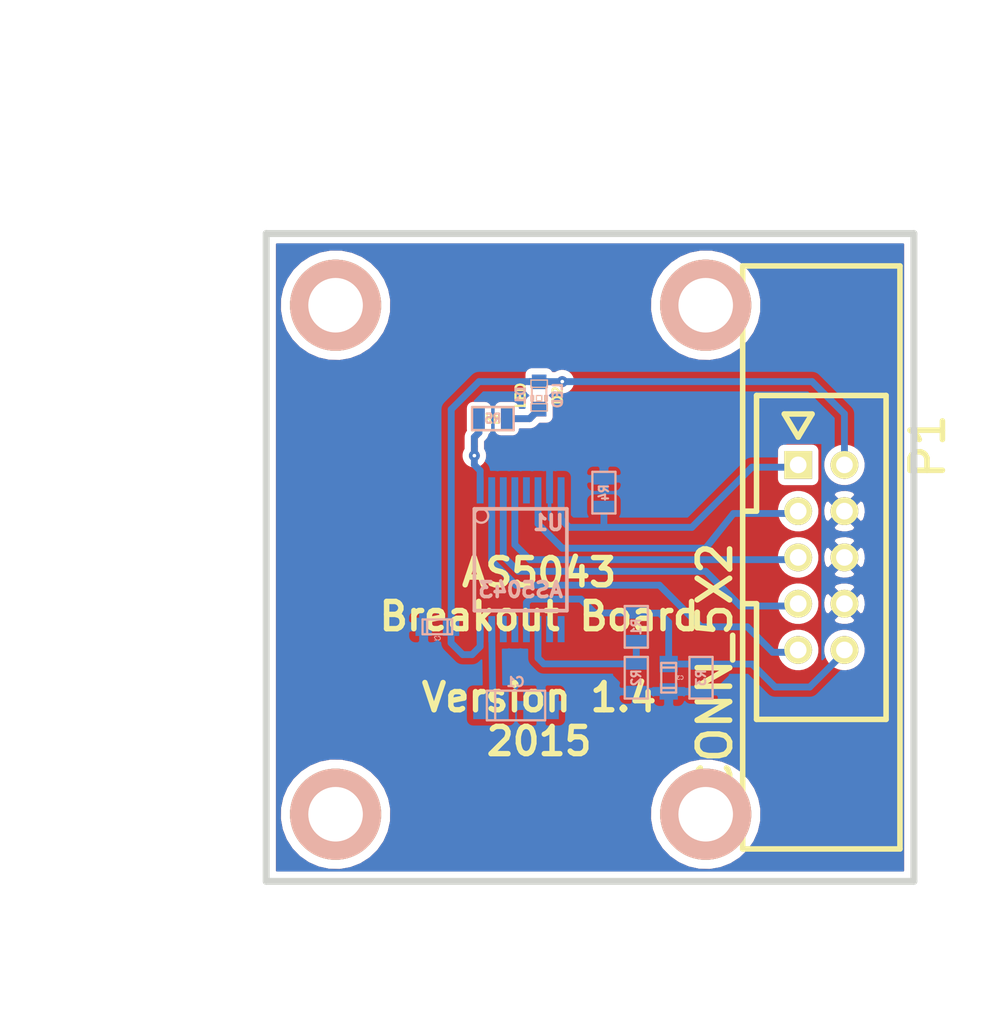
<source format=kicad_pcb>
(kicad_pcb (version 20171130) (host pcbnew "(5.1.12)-1")
  (title_block (date "22 jul 2012"))
  (layers (0 Front signal) (31 Back signal) (34 B.Paste user) (35 F.Paste user) (36 B.SilkS user) (37 F.SilkS user hide) (38 B.Mask user) (39 F.Mask user) (44 Edge.Cuts user))
  (net 0 "")
  (net 1 +5V)
  (net 2 /CLK)
  (net 3 /CS)
  (net 4 /DO)
  (net 5 /MODE)
  (net 6 /PROG)
  (net 7 GND)
  (net 8 "Net-(C1-Pad1)")
  (net 9 "Net-(C3-Pad1)")
  (net 10 "Net-(D1-Pad2)")
  (net 11 "Net-(D2-Pad2)")
  (net 12 "Net-(R1-Pad2)")
  (net 13 "Net-(R5-Pad2)")
  (net 14 "Net-(U1-Pad10)")
  (net 15 "Net-(U1-Pad9)")
  (module 1pin (layer Front) (at 55.88 34.925)
    (fp_text reference "" (at 0 -3.048) (layer F.SilkS) (effects (font (size 1.016 1.016) (thickness 0.254))))
    (fp_text value P*** hide)
    (fp_circle (center 0 0) (end 0 -2.286) (layer F.SilkS) (width 0.381))
    (pad 1 thru_hole circle (at 0 -0.00254) (size 5.00126 5.00126) (drill 2.99466) (layers *.Cu *.SilkS *.Mask) (clearance 0.50038))
  )
  (module 1pin (layer Front) (at 35.56 34.925)
    (fp_text reference "" (at 0 -3.048) (layer F.SilkS) (effects (font (size 1.016 1.016) (thickness 0.254))))
    (fp_text value P*** hide)
    (fp_circle (center 0 0) (end 0 -2.286) (layer F.SilkS) (width 0.381))
    (pad 1 thru_hole circle (at 0 -0.00254) (size 5.00126 5.00126) (drill 2.99466) (layers *.Cu *.SilkS *.Mask) (clearance 0.50038))
  )
  (module 1pin (layer Front) (at 55.88 62.865)
    (fp_text reference "" (at 0 -3.048) (layer F.SilkS) (effects (font (size 1.016 1.016) (thickness 0.254))))
    (fp_text value P*** hide)
    (fp_circle (center 0 0) (end 0 -2.286) (layer F.SilkS) (width 0.381))
    (pad 1 thru_hole circle (at 0 0) (size 5.00126 5.00126) (drill 2.99466) (layers *.Cu *.SilkS *.Mask) (clearance 0.50038))
  )
  (module 1pin (layer Front) (at 35.56 62.865)
    (fp_text reference "" (at 0 -3.048) (layer F.SilkS) (effects (font (size 1.016 1.016) (thickness 0.254))))
    (fp_text value P*** hide)
    (fp_circle (center 0 0) (end 0 -2.286) (layer F.SilkS) (width 0.381))
    (pad 1 thru_hole circle (at 0 0) (size 5.00126 5.00126) (drill 2.99466) (layers *.Cu *.SilkS *.Mask) (clearance 0.50038))
  )
  (module smd_capacitors:c_tant_A (layer Back) (at 45.466 56.896 180)
    (fp_text reference C1 (at 0.0254 1.2954 180) (layer B.SilkS) (effects (font (size 0.50038 0.50038) (thickness 0.11938)) (justify mirror)))
    (fp_text value 5uF hide)
    (fp_line (start 1.6002 0.8128) (end -1.6002 0.8128) (layer B.SilkS) (width 0.127))
    (fp_line (start 1.6002 -0.8128) (end 1.6002 0.8128) (layer B.SilkS) (width 0.127))
    (fp_line (start -1.6002 -0.8128) (end 1.6002 -0.8128) (layer B.SilkS) (width 0.127))
    (fp_line (start -1.6002 0.8128) (end -1.6002 -0.8128) (layer B.SilkS) (width 0.127))
    (fp_line (start 1.143 -0.8128) (end 1.143 0.8128) (layer B.SilkS) (width 0.127))
    (pad 1 smd rect (at 1.37414 0 180) (size 1.95072 1.50114) (layers Back B.Paste B.Mask) (net 8 "Net-(C1-Pad1)"))
    (pad 2 smd rect (at -1.37414 0 180) (size 1.95072 1.50114) (layers Back B.Paste B.Mask) (net 7 GND))
  )
  (module smd_capacitors:c_0603 (layer Back) (at 41.148 52.578)
    (fp_text reference C2 (at 0 0.635) (layer B.SilkS) (effects (font (size 0.20066 0.20066) (thickness 0.04064)) (justify mirror)))
    (fp_text value 100nF hide)
    (fp_line (start -0.8128 -0.4064) (end -0.8128 0.4064) (layer B.SilkS) (width 0.127))
    (fp_line (start 0.8128 -0.4064) (end -0.8128 -0.4064) (layer B.SilkS) (width 0.127))
    (fp_line (start 0.8128 0.4064) (end 0.8128 -0.4064) (layer B.SilkS) (width 0.127))
    (fp_line (start -0.8128 0.4064) (end 0.8128 0.4064) (layer B.SilkS) (width 0.127))
    (fp_line (start -0.5588 0.381) (end -0.5588 -0.4064) (layer B.SilkS) (width 0.127))
    (fp_line (start 0.5588 -0.4064) (end 0.5588 0.4064) (layer B.SilkS) (width 0.127))
    (pad 1 smd rect (at 0.75184 0) (size 0.89916 1.00076) (layers Back B.Paste B.Mask) (net 1 +5V))
    (pad 2 smd rect (at -0.75184 0) (size 0.89916 1.00076) (layers Back B.Paste B.Mask) (net 7 GND))
  )
  (module smd_capacitors:c_0603 (layer Back) (at 53.848 55.372 90)
    (fp_text reference C3 (at 0 0.635) (layer B.SilkS) (effects (font (size 0.20066 0.20066) (thickness 0.04064)) (justify mirror)))
    (fp_text value 100pf hide)
    (fp_line (start -0.8128 -0.4064) (end -0.8128 0.4064) (layer B.SilkS) (width 0.127))
    (fp_line (start 0.8128 -0.4064) (end -0.8128 -0.4064) (layer B.SilkS) (width 0.127))
    (fp_line (start 0.8128 0.4064) (end 0.8128 -0.4064) (layer B.SilkS) (width 0.127))
    (fp_line (start -0.8128 0.4064) (end 0.8128 0.4064) (layer B.SilkS) (width 0.127))
    (fp_line (start -0.5588 0.381) (end -0.5588 -0.4064) (layer B.SilkS) (width 0.127))
    (fp_line (start 0.5588 -0.4064) (end 0.5588 0.4064) (layer B.SilkS) (width 0.127))
    (pad 1 smd rect (at 0.75184 0 90) (size 0.89916 1.00076) (layers Back B.Paste B.Mask) (net 9 "Net-(C3-Pad1)"))
    (pad 2 smd rect (at -0.75184 0 90) (size 0.89916 1.00076) (layers Back B.Paste B.Mask) (net 7 GND))
  )
  (module led:LED-0603 (layer Back) (at 46.736 39.878 270)
    (fp_text reference D1 (at 0 1.016 270) (layer B.SilkS) (effects (font (size 0.508 0.508) (thickness 0.127)) (justify mirror)))
    (fp_text value LED (at 0 -1.016 270) (layer B.SilkS) (effects (font (size 0.508 0.508) (thickness 0.127)) (justify mirror)))
    (fp_line (start 0.44958 -0.39878) (end -0.44958 -0.39878) (layer B.SilkS) (width 0.1016))
    (fp_line (start 0.44958 0.39878) (end -0.44958 0.39878) (layer B.SilkS) (width 0.1016))
    (fp_line (start 0 0.14986) (end 0.29972 0.14986) (layer B.SilkS) (width 0.06604))
    (fp_line (start 0.29972 0.14986) (end 0.29972 -0.14986) (layer B.SilkS) (width 0.06604))
    (fp_line (start 0 -0.14986) (end 0.29972 -0.14986) (layer B.SilkS) (width 0.06604))
    (fp_line (start 0 0.14986) (end 0 -0.14986) (layer B.SilkS) (width 0.06604))
    (fp_line (start 0 -0.29972) (end 0.29972 -0.29972) (layer B.SilkS) (width 0.06604))
    (fp_line (start 0.29972 -0.29972) (end 0.29972 -0.44958) (layer B.SilkS) (width 0.06604))
    (fp_line (start 0 -0.44958) (end 0.29972 -0.44958) (layer B.SilkS) (width 0.06604))
    (fp_line (start 0 -0.29972) (end 0 -0.44958) (layer B.SilkS) (width 0.06604))
    (fp_line (start 0 0.44958) (end 0.29972 0.44958) (layer B.SilkS) (width 0.06604))
    (fp_line (start 0.29972 0.44958) (end 0.29972 0.29972) (layer B.SilkS) (width 0.06604))
    (fp_line (start 0 0.29972) (end 0.29972 0.29972) (layer B.SilkS) (width 0.06604))
    (fp_line (start 0 0.44958) (end 0 0.29972) (layer B.SilkS) (width 0.06604))
    (fp_line (start -0.84836 0.44958) (end -0.44958 0.44958) (layer B.SilkS) (width 0.06604))
    (fp_line (start -0.44958 0.44958) (end -0.44958 -0.44958) (layer B.SilkS) (width 0.06604))
    (fp_line (start -0.84836 -0.44958) (end -0.44958 -0.44958) (layer B.SilkS) (width 0.06604))
    (fp_line (start -0.84836 0.44958) (end -0.84836 -0.44958) (layer B.SilkS) (width 0.06604))
    (fp_line (start 0.44958 0.44958) (end 0.84836 0.44958) (layer B.SilkS) (width 0.06604))
    (fp_line (start 0.84836 0.44958) (end 0.84836 -0.44958) (layer B.SilkS) (width 0.06604))
    (fp_line (start 0.44958 -0.44958) (end 0.84836 -0.44958) (layer B.SilkS) (width 0.06604))
    (fp_line (start 0.44958 0.44958) (end 0.44958 -0.44958) (layer B.SilkS) (width 0.06604))
    (pad 1 smd rect (at -0.7493 0 270) (size 0.79756 0.79756) (layers Back B.Paste B.Mask) (net 1 +5V))
    (pad 2 smd rect (at 0.7493 0 270) (size 0.79756 0.79756) (layers Back B.Paste B.Mask) (net 10 "Net-(D1-Pad2)"))
  )
  (module led:LED-0603 (layer Front) (at 46.73346 39.878 270)
    (fp_text reference D2 (at 0 -1.016 270) (layer F.SilkS) (effects (font (size 0.508 0.508) (thickness 0.127))))
    (fp_text value LED (at 0 1.016 270) (layer F.SilkS) (effects (font (size 0.508 0.508) (thickness 0.127))))
    (fp_line (start 0.44958 0.39878) (end -0.44958 0.39878) (layer F.SilkS) (width 0.1016))
    (fp_line (start 0.44958 -0.39878) (end -0.44958 -0.39878) (layer F.SilkS) (width 0.1016))
    (fp_line (start 0 -0.14986) (end 0.29972 -0.14986) (layer F.SilkS) (width 0.06604))
    (fp_line (start 0.29972 -0.14986) (end 0.29972 0.14986) (layer F.SilkS) (width 0.06604))
    (fp_line (start 0 0.14986) (end 0.29972 0.14986) (layer F.SilkS) (width 0.06604))
    (fp_line (start 0 -0.14986) (end 0 0.14986) (layer F.SilkS) (width 0.06604))
    (fp_line (start 0 0.29972) (end 0.29972 0.29972) (layer F.SilkS) (width 0.06604))
    (fp_line (start 0.29972 0.29972) (end 0.29972 0.44958) (layer F.SilkS) (width 0.06604))
    (fp_line (start 0 0.44958) (end 0.29972 0.44958) (layer F.SilkS) (width 0.06604))
    (fp_line (start 0 0.29972) (end 0 0.44958) (layer F.SilkS) (width 0.06604))
    (fp_line (start 0 -0.44958) (end 0.29972 -0.44958) (layer F.SilkS) (width 0.06604))
    (fp_line (start 0.29972 -0.44958) (end 0.29972 -0.29972) (layer F.SilkS) (width 0.06604))
    (fp_line (start 0 -0.29972) (end 0.29972 -0.29972) (layer F.SilkS) (width 0.06604))
    (fp_line (start 0 -0.44958) (end 0 -0.29972) (layer F.SilkS) (width 0.06604))
    (fp_line (start -0.84836 -0.44958) (end -0.44958 -0.44958) (layer F.SilkS) (width 0.06604))
    (fp_line (start -0.44958 -0.44958) (end -0.44958 0.44958) (layer F.SilkS) (width 0.06604))
    (fp_line (start -0.84836 0.44958) (end -0.44958 0.44958) (layer F.SilkS) (width 0.06604))
    (fp_line (start -0.84836 -0.44958) (end -0.84836 0.44958) (layer F.SilkS) (width 0.06604))
    (fp_line (start 0.44958 -0.44958) (end 0.84836 -0.44958) (layer F.SilkS) (width 0.06604))
    (fp_line (start 0.84836 -0.44958) (end 0.84836 0.44958) (layer F.SilkS) (width 0.06604))
    (fp_line (start 0.44958 0.44958) (end 0.84836 0.44958) (layer F.SilkS) (width 0.06604))
    (fp_line (start 0.44958 -0.44958) (end 0.44958 0.44958) (layer F.SilkS) (width 0.06604))
    (pad 1 smd rect (at -0.7493 0 270) (size 0.79756 0.79756) (layers Front F.Paste F.Mask) (net 1 +5V))
    (pad 2 smd rect (at 0.7493 0 270) (size 0.79756 0.79756) (layers Front F.Paste F.Mask) (net 11 "Net-(D2-Pad2)"))
  )
  (module he10-lock:he10-lock (layer Front) (at 62.22746 48.768 270)
    (fp_text reference P1 (at -6.096 -5.842 270) (layer F.SilkS) (effects (font (size 1.778 1.778) (thickness 0.3048))))
    (fp_text value CONN_5X2 (at 6.096 5.842 270) (layer F.SilkS) (effects (font (size 1.778 1.778) (thickness 0.3048))))
    (fp_line (start -7.874 2.032) (end -6.604 1.27) (layer F.SilkS) (width 0.3048))
    (fp_line (start -7.874 0.508) (end -7.874 2.032) (layer F.SilkS) (width 0.3048))
    (fp_line (start -6.604 1.27) (end -7.874 0.508) (layer F.SilkS) (width 0.3048))
    (fp_line (start -16.002 4.318) (end -16.002 -4.318) (layer F.SilkS) (width 0.3048))
    (fp_line (start 2.54 3.556) (end 2.54 4.318) (layer F.SilkS) (width 0.3048))
    (fp_line (start 8.89 3.556) (end 2.54 3.556) (layer F.SilkS) (width 0.3048))
    (fp_line (start -8.89 -3.556) (end 8.89 -3.556) (layer F.SilkS) (width 0.3048))
    (fp_line (start -2.54 3.556) (end -8.89 3.556) (layer F.SilkS) (width 0.3048))
    (fp_line (start -2.54 4.318) (end -2.54 3.556) (layer F.SilkS) (width 0.3048))
    (fp_line (start 8.89 3.556) (end 8.89 -3.556) (layer F.SilkS) (width 0.3048))
    (fp_line (start -8.89 3.556) (end -8.89 -3.556) (layer F.SilkS) (width 0.3048))
    (fp_line (start -16.002 -4.318) (end 16.002 -4.318) (layer F.SilkS) (width 0.3048))
    (fp_line (start 16.002 4.318) (end -16.002 4.318) (layer F.SilkS) (width 0.3048))
    (fp_line (start 16.002 -4.318) (end 16.002 4.318) (layer F.SilkS) (width 0.3048))
    (pad 1 thru_hole rect (at -5.08 1.27 270) (size 1.524 1.524) (drill 0.9144) (layers *.Cu *.Mask F.SilkS) (net 6 /PROG))
    (pad 2 thru_hole circle (at -5.08 -1.27 270) (size 1.524 1.524) (drill 0.9144) (layers *.Cu *.Mask F.SilkS) (net 1 +5V))
    (pad 3 thru_hole circle (at -2.54 1.27 270) (size 1.524 1.524) (drill 0.9144) (layers *.Cu *.Mask F.SilkS) (net 4 /DO))
    (pad 4 thru_hole circle (at -2.54 -1.27 270) (size 1.524 1.524) (drill 0.9144) (layers *.Cu *.Mask F.SilkS) (net 7 GND))
    (pad 5 thru_hole circle (at 0 1.27 270) (size 1.524 1.524) (drill 0.9144) (layers *.Cu *.Mask F.SilkS) (net 2 /CLK))
    (pad 6 thru_hole circle (at 0 -1.27 270) (size 1.524 1.524) (drill 0.9144) (layers *.Cu *.Mask F.SilkS) (net 7 GND))
    (pad 7 thru_hole circle (at 2.54 1.27 270) (size 1.524 1.524) (drill 0.9144) (layers *.Cu *.Mask F.SilkS) (net 3 /CS))
    (pad 8 thru_hole circle (at 2.54 -1.27 270) (size 1.524 1.524) (drill 0.9144) (layers *.Cu *.Mask F.SilkS) (net 7 GND))
    (pad 9 thru_hole circle (at 5.08 1.27 270) (size 1.524 1.524) (drill 0.9144) (layers *.Cu *.Mask F.SilkS) (net 5 /MODE))
    (pad 10 thru_hole circle (at 5.08 -1.27 270) (size 1.524 1.524) (drill 0.9144) (layers *.Cu *.Mask F.SilkS) (net 9 "Net-(C3-Pad1)"))
  )
  (module libcms:SM0603 (layer Back) (at 52.07 52.578 270)
    (fp_text reference R1 (at 0 0 270) (layer B.SilkS) (effects (font (size 0.508 0.4572) (thickness 0.1143)) (justify mirror)))
    (fp_text value 33k hide)
    (fp_line (start -1.143 -0.635) (end -1.143 0.635) (layer B.SilkS) (width 0.127))
    (fp_line (start 1.143 -0.635) (end -1.143 -0.635) (layer B.SilkS) (width 0.127))
    (fp_line (start 1.143 0.635) (end 1.143 -0.635) (layer B.SilkS) (width 0.127))
    (fp_line (start -1.143 0.635) (end 1.143 0.635) (layer B.SilkS) (width 0.127))
    (pad 1 smd rect (at -0.762 0 270) (size 0.635 1.143) (layers Back B.Paste B.Mask) (net 9 "Net-(C3-Pad1)"))
    (pad 2 smd rect (at 0.762 0 270) (size 0.635 1.143) (layers Back B.Paste B.Mask) (net 12 "Net-(R1-Pad2)"))
  )
  (module libcms:SM0603 (layer Back) (at 52.07 55.372 270)
    (fp_text reference R2 (at 0 0 270) (layer B.SilkS) (effects (font (size 0.508 0.4572) (thickness 0.1143)) (justify mirror)))
    (fp_text value 33k hide)
    (fp_line (start -1.143 -0.635) (end -1.143 0.635) (layer B.SilkS) (width 0.127))
    (fp_line (start 1.143 -0.635) (end -1.143 -0.635) (layer B.SilkS) (width 0.127))
    (fp_line (start 1.143 0.635) (end 1.143 -0.635) (layer B.SilkS) (width 0.127))
    (fp_line (start -1.143 0.635) (end 1.143 0.635) (layer B.SilkS) (width 0.127))
    (pad 1 smd rect (at -0.762 0 270) (size 0.635 1.143) (layers Back B.Paste B.Mask) (net 12 "Net-(R1-Pad2)"))
    (pad 2 smd rect (at 0.762 0 270) (size 0.635 1.143) (layers Back B.Paste B.Mask) (net 7 GND))
  )
  (module libcms:SM0603 (layer Back) (at 55.62346 55.372 270)
    (fp_text reference R3 (at 0 0 270) (layer B.SilkS) (effects (font (size 0.508 0.4572) (thickness 0.1143)) (justify mirror)))
    (fp_text value 47k hide)
    (fp_line (start -1.143 -0.635) (end -1.143 0.635) (layer B.SilkS) (width 0.127))
    (fp_line (start 1.143 -0.635) (end -1.143 -0.635) (layer B.SilkS) (width 0.127))
    (fp_line (start 1.143 0.635) (end 1.143 -0.635) (layer B.SilkS) (width 0.127))
    (fp_line (start -1.143 0.635) (end 1.143 0.635) (layer B.SilkS) (width 0.127))
    (pad 1 smd rect (at -0.762 0 270) (size 0.635 1.143) (layers Back B.Paste B.Mask) (net 9 "Net-(C3-Pad1)"))
    (pad 2 smd rect (at 0.762 0 270) (size 0.635 1.143) (layers Back B.Paste B.Mask) (net 7 GND))
  )
  (module libcms:SM0603 (layer Back) (at 50.292 45.212 90)
    (fp_text reference R4 (at 0 0 90) (layer B.SilkS) (effects (font (size 0.508 0.4572) (thickness 0.1143)) (justify mirror)))
    (fp_text value 10k hide)
    (fp_line (start -1.143 -0.635) (end -1.143 0.635) (layer B.SilkS) (width 0.127))
    (fp_line (start 1.143 -0.635) (end -1.143 -0.635) (layer B.SilkS) (width 0.127))
    (fp_line (start 1.143 0.635) (end 1.143 -0.635) (layer B.SilkS) (width 0.127))
    (fp_line (start -1.143 0.635) (end 1.143 0.635) (layer B.SilkS) (width 0.127))
    (pad 1 smd rect (at -0.762 0 90) (size 0.635 1.143) (layers Back B.Paste B.Mask) (net 6 /PROG))
    (pad 2 smd rect (at 0.762 0 90) (size 0.635 1.143) (layers Back B.Paste B.Mask) (net 7 GND))
  )
  (module libcms:SM0603 (layer Back) (at 44.196 41.148 180)
    (fp_text reference R5 (at 0 0 180) (layer B.SilkS) (effects (font (size 0.508 0.4572) (thickness 0.1143)) (justify mirror)))
    (fp_text value 1k hide)
    (fp_line (start -1.143 -0.635) (end -1.143 0.635) (layer B.SilkS) (width 0.127))
    (fp_line (start 1.143 -0.635) (end -1.143 -0.635) (layer B.SilkS) (width 0.127))
    (fp_line (start 1.143 0.635) (end 1.143 -0.635) (layer B.SilkS) (width 0.127))
    (fp_line (start -1.143 0.635) (end 1.143 0.635) (layer B.SilkS) (width 0.127))
    (pad 1 smd rect (at -0.762 0 180) (size 0.635 1.143) (layers Back B.Paste B.Mask) (net 10 "Net-(D1-Pad2)"))
    (pad 2 smd rect (at 0.762 0 180) (size 0.635 1.143) (layers Back B.Paste B.Mask) (net 13 "Net-(R5-Pad2)"))
  )
  (module libcms:SM0603 (layer Front) (at 44.196 41.148 180)
    (fp_text reference R6 (at 0 0 180) (layer F.SilkS) (effects (font (size 0.508 0.4572) (thickness 0.1143))))
    (fp_text value 1k hide)
    (fp_line (start -1.143 0.635) (end -1.143 -0.635) (layer F.SilkS) (width 0.127))
    (fp_line (start 1.143 0.635) (end -1.143 0.635) (layer F.SilkS) (width 0.127))
    (fp_line (start 1.143 -0.635) (end 1.143 0.635) (layer F.SilkS) (width 0.127))
    (fp_line (start -1.143 -0.635) (end 1.143 -0.635) (layer F.SilkS) (width 0.127))
    (pad 1 smd rect (at -0.762 0 180) (size 0.635 1.143) (layers Front F.Paste F.Mask) (net 11 "Net-(D2-Pad2)"))
    (pad 2 smd rect (at 0.762 0 180) (size 0.635 1.143) (layers Front F.Paste F.Mask) (net 13 "Net-(R5-Pad2)"))
  )
  (module lib:SSOP16_WIDE (layer Back) (at 45.72 48.895)
    (fp_text reference U1 (at 1.524 -2.032) (layer B.SilkS) (effects (font (size 0.81788 0.81788) (thickness 0.19812)) (justify mirror)))
    (fp_text value AS5043 (at 0 1.651) (layer B.SilkS) (effects (font (size 0.81788 0.81788) (thickness 0.19812)) (justify mirror)))
    (fp_circle (center -2.159 -2.413) (end -2.54 -2.413) (layer B.SilkS) (width 0.127))
    (fp_line (start 2.54 -2.794) (end -2.54 -2.794) (layer B.SilkS) (width 0.2032))
    (fp_line (start 2.54 2.794) (end 2.54 -2.794) (layer B.SilkS) (width 0.2032))
    (fp_line (start -2.54 2.794) (end 2.54 2.794) (layer B.SilkS) (width 0.2032))
    (fp_line (start -2.54 -2.794) (end -2.54 2.794) (layer B.SilkS) (width 0.2032))
    (pad 1 smd rect (at -2.2225 -3.81) (size 0.37592 1.4351) (layers Back B.Paste B.Mask) (net 13 "Net-(R5-Pad2)"))
    (pad 2 smd rect (at -1.5875 -3.81) (size 0.37592 1.4351) (layers Back B.Paste B.Mask) (net 5 /MODE))
    (pad 3 smd rect (at -0.9525 -3.81) (size 0.37592 1.4351) (layers Back B.Paste B.Mask) (net 3 /CS))
    (pad 4 smd rect (at -0.3175 -3.81) (size 0.37592 1.4351) (layers Back B.Paste B.Mask) (net 2 /CLK))
    (pad 5 smd rect (at 0.3175 -3.81) (size 0.37592 1.4351) (layers Back B.Paste B.Mask))
    (pad 6 smd rect (at 0.9525 -3.81) (size 0.37592 1.4351) (layers Back B.Paste B.Mask) (net 4 /DO))
    (pad 7 smd rect (at 1.5875 -3.81) (size 0.37592 1.4351) (layers Back B.Paste B.Mask) (net 7 GND))
    (pad 10 smd rect (at 1.5875 3.81) (size 0.37592 1.4351) (layers Back B.Paste B.Mask) (net 14 "Net-(U1-Pad10)"))
    (pad 11 smd rect (at 0.9525 3.81) (size 0.37592 1.4351) (layers Back B.Paste B.Mask) (net 12 "Net-(R1-Pad2)"))
    (pad 12 smd rect (at 0.3175 3.81) (size 0.37592 1.4351) (layers Back B.Paste B.Mask) (net 9 "Net-(C3-Pad1)"))
    (pad 13 smd rect (at -0.3175 3.81) (size 0.37592 1.4351) (layers Back B.Paste B.Mask))
    (pad 14 smd rect (at -0.9525 3.81) (size 0.37592 1.4351) (layers Back B.Paste B.Mask))
    (pad 15 smd rect (at -1.5875 3.81) (size 0.37592 1.4351) (layers Back B.Paste B.Mask) (net 8 "Net-(C1-Pad1)"))
    (pad 16 smd rect (at -2.2225 3.81) (size 0.37592 1.4351) (layers Back B.Paste B.Mask) (net 1 +5V))
    (pad 8 smd rect (at 2.2225 -3.81) (size 0.37592 1.4351) (layers Back B.Paste B.Mask) (net 6 /PROG))
    (pad 9 smd rect (at 2.2225 3.81) (size 0.37592 1.4351) (layers Back B.Paste B.Mask) (net 15 "Net-(U1-Pad9)"))
  )
  (gr_text "Version 1.4\n2015" (at 46.73346 57.658) (layer F.SilkS) (effects (font (size 1.49606 1.49606) (thickness 0.29718))))
  (gr_text "AS5043\nBreakout Board" (at 46.73346 50.79746) (layer F.SilkS) (effects (font (size 1.49606 1.49606) (thickness 0.29972))))
  (gr_line (start 31.75 66.548) (end 31.75 30.988) (angle 90) (layer Edge.Cuts) (width 0.381))
  (gr_line (start 67.31 30.988) (end 31.75 30.988) (angle 90) (layer Edge.Cuts) (width 0.381))
  (gr_line (start 67.31 66.548) (end 67.31 30.988) (angle 90) (layer Edge.Cuts) (width 0.381))
  (gr_line (start 31.75 66.548) (end 67.31 66.548) (angle 90) (layer Edge.Cuts) (width 0.381))
  (segment (start 41.91 51.562) (end 41.91 52.56784) (width 0.37592) (layer Back) (net 1))
  (segment (start 46.228 39.116) (end 43.434 39.116) (width 0.37592) (layer Back) (net 1))
  (segment (start 41.89984 52.578) (end 41.89984 53.45684) (width 0.37592) (layer Back) (net 1))
  (segment (start 46.736 39.1287) (end 46.2407 39.1287) (width 0.37338) (layer Back) (net 1))
  (segment (start 63.49746 40.89146) (end 63.49746 43.688) (width 0.37592) (layer Back) (net 1))
  (segment (start 46.736 39.1287) (end 47.9933 39.1287) (width 0.37338) (layer Front) (net 1))
  (segment (start 48.006 39.116) (end 46.228 39.116) (width 0.37592) (layer Back) (net 1))
  (segment (start 41.91 51.562) (end 41.91 40.64) (width 0.37592) (layer Back) (net 1))
  (segment (start 43.434 39.116) (end 41.91 40.64) (width 0.37592) (layer Back) (net 1))
  (segment (start 61.722 39.116) (end 48.006 39.116) (width 0.37592) (layer Back) (net 1))
  (segment (start 46.2407 39.1287) (end 46.228 39.116) (width 0.37338) (layer Back) (net 1))
  (segment (start 41.89984 53.45684) (end 42.545 54.102) (width 0.37592) (layer Back) (net 1))
  (segment (start 43.053 54.102) (end 43.434 53.721) (width 0.37592) (layer Back) (net 1))
  (segment (start 42.545 54.102) (end 43.053 54.102) (width 0.37592) (layer Back) (net 1))
  (segment (start 43.4975 53.6575) (end 43.434 53.721) (width 0.37592) (layer Back) (net 1))
  (segment (start 43.4975 53.6575) (end 43.4975 52.705) (width 0.37592) (layer Back) (net 1))
  (segment (start 41.91 52.56784) (end 41.89984 52.578) (width 0.37592) (layer Back) (net 1))
  (via (at 48.006 39.116) (size 0.6) (drill 0.2) (layers Front Back) (net 1))
  (segment (start 47.9933 39.1287) (end 48.006 39.116) (width 0.37338) (layer Front) (net 1))
  (segment (start 63.49746 40.89146) (end 61.722 39.116) (width 0.37592) (layer Back) (net 1))
  (segment (start 60.95492 48.88992) (end 60.96 48.895) (width 0.37592) (layer Back) (net 2))
  (segment (start 45.4025 48.0695) (end 46.22292 48.88992) (width 0.37592) (layer Back) (net 2))
  (segment (start 48.514 48.88992) (end 60.95492 48.88992) (width 0.37592) (layer Back) (net 2))
  (segment (start 46.22292 48.88992) (end 48.514 48.88992) (width 0.37592) (layer Back) (net 2))
  (segment (start 45.4025 45.085) (end 45.4025 48.0695) (width 0.37592) (layer Back) (net 2))
  (segment (start 45.593 49.53) (end 47.625 49.53) (width 0.37592) (layer Back) (net 3))
  (segment (start 47.625 49.53) (end 55.88 49.53) (width 0.37592) (layer Back) (net 3))
  (segment (start 44.7675 48.7045) (end 45.593 49.53) (width 0.37592) (layer Back) (net 3))
  (segment (start 44.7675 48.7045) (end 44.7675 45.085) (width 0.37592) (layer Back) (net 3))
  (segment (start 55.88 49.53) (end 57.785 51.435) (width 0.37592) (layer Back) (net 3))
  (segment (start 60.96 51.435) (end 57.785 51.435) (width 0.37592) (layer Back) (net 3))
  (segment (start 55.88 48.26) (end 57.404 46.355) (width 0.37592) (layer Back) (net 4))
  (segment (start 46.6725 46.9265) (end 47.752 48.006) (width 0.37592) (layer Back) (net 4))
  (segment (start 47.752 48.006) (end 48.006 48.26) (width 0.37592) (layer Back) (net 4))
  (segment (start 46.6725 45.085) (end 46.6725 46.9265) (width 0.37592) (layer Back) (net 4))
  (segment (start 58.42 46.355) (end 60.96 46.355) (width 0.37592) (layer Back) (net 4))
  (segment (start 48.006 48.26) (end 55.88 48.26) (width 0.37592) (layer Back) (net 4))
  (segment (start 57.404 46.355) (end 58.42 46.355) (width 0.37592) (layer Back) (net 4))
  (segment (start 58.166 52.578) (end 55.626 52.578) (width 0.37592) (layer Back) (net 5))
  (segment (start 44.1325 48.9585) (end 45.466 50.292) (width 0.37592) (layer Back) (net 5))
  (segment (start 55.626 52.578) (end 53.594 50.546) (width 0.37592) (layer Back) (net 5))
  (segment (start 44.1325 48.9585) (end 44.1325 45.085) (width 0.37592) (layer Back) (net 5))
  (segment (start 53.34 50.292) (end 53.594 50.546) (width 0.37592) (layer Back) (net 5))
  (segment (start 48.514 50.292) (end 53.34 50.292) (width 0.37592) (layer Back) (net 5))
  (segment (start 45.466 50.292) (end 48.514 50.292) (width 0.37592) (layer Back) (net 5))
  (segment (start 60.96 53.975) (end 59.563 53.975) (width 0.37592) (layer Back) (net 5))
  (segment (start 59.563 53.975) (end 58.166 52.578) (width 0.37592) (layer Back) (net 5))
  (segment (start 50.292 45.974) (end 50.292 47.117) (width 0.37592) (layer Back) (net 6))
  (segment (start 50.292 47.117) (end 50.165 47.117) (width 0.37592) (layer Back) (net 6))
  (segment (start 47.9425 45.085) (end 47.9425 46.6725) (width 0.37592) (layer Back) (net 6))
  (segment (start 60.96 43.815) (end 58.42 43.815) (width 0.37592) (layer Back) (net 6))
  (segment (start 47.9425 46.6725) (end 48.26 46.99) (width 0.37592) (layer Back) (net 6))
  (segment (start 58.42 43.815) (end 55.118 47.117) (width 0.37592) (layer Back) (net 6))
  (segment (start 48.387 47.117) (end 48.26 46.99) (width 0.37592) (layer Back) (net 6))
  (segment (start 55.118 47.117) (end 50.165 47.117) (width 0.37592) (layer Back) (net 6))
  (segment (start 48.387 47.117) (end 50.165 47.117) (width 0.37592) (layer Back) (net 6))
  (segment (start 47.3075 43.7515) (end 47.371 43.688) (width 0.37592) (layer Back) (net 7))
  (segment (start 47.3075 45.085) (end 47.3075 43.7515) (width 0.37592) (layer Back) (net 7))
  (segment (start 44.196 57.15) (end 44.09186 56.896) (width 0.37592) (layer Back) (net 8))
  (segment (start 44.1325 52.705) (end 44.196 57.15) (width 0.37592) (layer Back) (net 8))
  (segment (start 53.848 54.62016) (end 55.6133 54.62016) (width 0.37592) (layer Back) (net 9))
  (segment (start 55.6133 54.62016) (end 58.43016 54.62016) (width 0.37592) (layer Back) (net 9))
  (segment (start 58.43016 54.62016) (end 59.69 55.88) (width 0.37592) (layer Back) (net 9))
  (segment (start 59.69 55.88) (end 61.595 55.88) (width 0.37592) (layer Back) (net 9))
  (segment (start 61.595 55.88) (end 63.49746 53.97754) (width 0.37592) (layer Back) (net 9))
  (segment (start 63.49746 53.97754) (end 63.49746 53.848) (width 0.37592) (layer Back) (net 9))
  (segment (start 53.848 54.62016) (end 53.848 52.324) (width 0.37592) (layer Back) (net 9))
  (segment (start 53.35016 51.82616) (end 53.848 52.324) (width 0.37592) (layer Back) (net 9))
  (segment (start 46.0375 51.2445) (end 46.228 51.054) (width 0.37592) (layer Back) (net 9))
  (segment (start 46.0375 52.705) (end 46.0375 51.2445) (width 0.37592) (layer Back) (net 9))
  (segment (start 46.228 51.054) (end 49.022 51.054) (width 0.37592) (layer Back) (net 9))
  (segment (start 49.784 51.816) (end 49.022 51.054) (width 0.37592) (layer Back) (net 9))
  (segment (start 52.05984 51.816) (end 52.07 51.82616) (width 0.37592) (layer Back) (net 9))
  (segment (start 49.784 51.816) (end 52.05984 51.816) (width 0.37592) (layer Back) (net 9))
  (segment (start 53.35016 51.82616) (end 52.07 51.82616) (width 0.37592) (layer Back) (net 9))
  (segment (start 44.958 41.148) (end 46.2153 41.148) (width 0.37592) (layer Back) (net 10))
  (segment (start 46.2153 41.148) (end 46.736 40.6273) (width 0.37592) (layer Back) (net 10))
  (segment (start 46.2153 41.148) (end 46.736 40.6273) (width 0.37592) (layer Back) (net 10))
  (segment (start 45.20184 41.148) (end 46.2153 41.148) (width 0.37592) (layer Back) (net 10))
  (segment (start 46.21276 41.148) (end 46.73346 40.6273) (width 0.37592) (layer Front) (net 11))
  (segment (start 45.20184 41.148) (end 46.21276 41.148) (width 0.37592) (layer Front) (net 11))
  (segment (start 52.05984 54.61) (end 52.07 54.62016) (width 0.37592) (layer Back) (net 12))
  (segment (start 46.99 54.61) (end 52.05984 54.61) (width 0.37592) (layer Back) (net 12))
  (segment (start 46.6725 54.2925) (end 46.99 54.61) (width 0.37592) (layer Back) (net 12))
  (segment (start 52.07 53.32984) (end 52.07 54.62016) (width 0.37592) (layer Back) (net 12))
  (segment (start 46.6725 52.705) (end 46.6725 54.2925) (width 0.37592) (layer Back) (net 12))
  (segment (start 43.434 41.148) (end 43.434 41.91) (width 0.37592) (layer Front) (net 13))
  (via (at 43.18 43.18) (size 0.6) (drill 0.2) (layers Front Back) (net 13))
  (segment (start 43.18 42.164) (end 43.18 43.18) (width 0.37592) (layer Front) (net 13))
  (segment (start 43.434 41.91) (end 43.18 42.164) (width 0.37592) (layer Front) (net 13))
  (segment (start 43.4975 45.085) (end 43.4975 44.0055) (width 0.37592) (layer Back) (net 13))
  (segment (start 43.434 41.91) (end 43.18 42.164) (width 0.37592) (layer Back) (net 13))
  (segment (start 43.18 42.164) (end 43.18 42.672) (width 0.37592) (layer Back) (net 13))
  (segment (start 43.434 41.91) (end 43.434 41.148) (width 0.37592) (layer Back) (net 13))
  (segment (start 43.18 43.688) (end 43.18 43.18) (width 0.37592) (layer Back) (net 13))
  (segment (start 43.18 43.18) (end 43.18 42.672) (width 0.37592) (layer Back) (net 13))
  (segment (start 43.4975 44.0055) (end 43.18 43.688) (width 0.37592) (layer Back) (net 13))
  (zone (net 0) (net_name "") (layer Back) (connect_pads (clearance 0.4)) (min_thickness 0.254)
    (keepout (tracks allowed) (vias allowed) (copperpour not_allowed))
    (fill (arc_segments 16) (thermal_gap 0.4) (thermal_bridge_width 0.4))
    (polygon (pts (xy 61.595 54.61) (xy 57.15 54.61) (xy 57.15 55.245) (xy 56.515 55.88) (xy 51.435 55.88) (xy 50.8 55.245) (xy 50.8 53.975) (xy 55.245 53.975) (xy 55.245 46.99) (xy 58.42 43.815) (xy 60.325 43.815) (xy 60.325 42.545) (xy 62.23 42.545) (xy 62.23 54.61)))
  )
  (zone (net 7) (net_name GND) (layer Back) (connect_pads (clearance 0.34798)) (min_thickness 0.09906) (fill yes (arc_segments 32) (thermal_gap 0.34798) (thermal_bridge_width 0.4953))
    (polygon (pts (xy 67.31 66.675) (xy 67.31 31.115) (xy 31.75 31.115) (xy 31.75 66.675)))
  )
  (zone (net 7) (net_name GND) (layer Front) (connect_pads (clearance 0.34798)) (min_thickness 0.09906) (fill yes (mode segment) (arc_segments 32) (thermal_gap 0.34798) (thermal_bridge_width 0.4953))
    (polygon (pts (xy 67.31 66.548) (xy 67.564 30.988) (xy 32.004 30.988) (xy 31.75 66.548)))
  )
)
</source>
